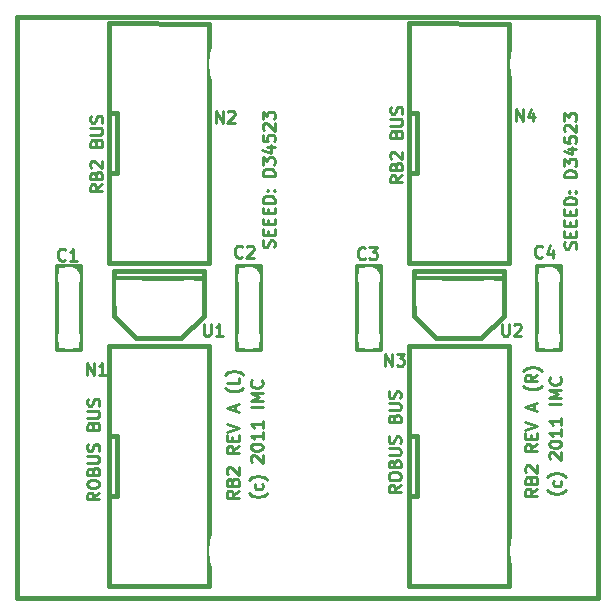
<source format=gto>
G04 (created by PCBNEW-RS274X (2011-08-24 BZR 3081)-stable) date Tue 13 Sep 2011 08:20:44 PM PDT*
G01*
G70*
G90*
%MOIN*%
G04 Gerber Fmt 3.4, Leading zero omitted, Abs format*
%FSLAX34Y34*%
G04 APERTURE LIST*
%ADD10C,0.006000*%
%ADD11C,0.010000*%
%ADD12C,0.015000*%
%ADD13C,0.012000*%
%ADD14C,0.280000*%
%ADD15C,0.090000*%
%ADD16R,0.090000X0.090000*%
%ADD17C,0.075000*%
%ADD18R,0.080000X0.080000*%
%ADD19C,0.080000*%
G04 APERTURE END LIST*
G54D10*
G54D11*
X56862Y-55265D02*
X56671Y-55399D01*
X56862Y-55494D02*
X56462Y-55494D01*
X56462Y-55341D01*
X56481Y-55303D01*
X56500Y-55284D01*
X56538Y-55265D01*
X56595Y-55265D01*
X56633Y-55284D01*
X56652Y-55303D01*
X56671Y-55341D01*
X56671Y-55494D01*
X56652Y-54960D02*
X56671Y-54903D01*
X56690Y-54884D01*
X56729Y-54865D01*
X56786Y-54865D01*
X56824Y-54884D01*
X56843Y-54903D01*
X56862Y-54941D01*
X56862Y-55094D01*
X56462Y-55094D01*
X56462Y-54960D01*
X56481Y-54922D01*
X56500Y-54903D01*
X56538Y-54884D01*
X56576Y-54884D01*
X56614Y-54903D01*
X56633Y-54922D01*
X56652Y-54960D01*
X56652Y-55094D01*
X56500Y-54713D02*
X56481Y-54694D01*
X56462Y-54656D01*
X56462Y-54560D01*
X56481Y-54522D01*
X56500Y-54503D01*
X56538Y-54484D01*
X56576Y-54484D01*
X56633Y-54503D01*
X56862Y-54732D01*
X56862Y-54484D01*
X56862Y-53779D02*
X56671Y-53913D01*
X56862Y-54008D02*
X56462Y-54008D01*
X56462Y-53855D01*
X56481Y-53817D01*
X56500Y-53798D01*
X56538Y-53779D01*
X56595Y-53779D01*
X56633Y-53798D01*
X56652Y-53817D01*
X56671Y-53855D01*
X56671Y-54008D01*
X56652Y-53608D02*
X56652Y-53474D01*
X56862Y-53417D02*
X56862Y-53608D01*
X56462Y-53608D01*
X56462Y-53417D01*
X56462Y-53303D02*
X56862Y-53170D01*
X56462Y-53036D01*
X56748Y-52617D02*
X56748Y-52426D01*
X56862Y-52655D02*
X56462Y-52522D01*
X56862Y-52388D01*
X57014Y-51835D02*
X56995Y-51855D01*
X56938Y-51893D01*
X56900Y-51912D01*
X56843Y-51931D01*
X56748Y-51950D01*
X56671Y-51950D01*
X56576Y-51931D01*
X56519Y-51912D01*
X56481Y-51893D01*
X56424Y-51855D01*
X56405Y-51835D01*
X56862Y-51454D02*
X56671Y-51588D01*
X56862Y-51683D02*
X56462Y-51683D01*
X56462Y-51530D01*
X56481Y-51492D01*
X56500Y-51473D01*
X56538Y-51454D01*
X56595Y-51454D01*
X56633Y-51473D01*
X56652Y-51492D01*
X56671Y-51530D01*
X56671Y-51683D01*
X57014Y-51321D02*
X56995Y-51302D01*
X56938Y-51264D01*
X56900Y-51245D01*
X56843Y-51226D01*
X56748Y-51207D01*
X56671Y-51207D01*
X56576Y-51226D01*
X56519Y-51245D01*
X56481Y-51264D01*
X56424Y-51302D01*
X56405Y-51321D01*
X57814Y-55319D02*
X57795Y-55339D01*
X57738Y-55377D01*
X57700Y-55396D01*
X57643Y-55415D01*
X57548Y-55434D01*
X57471Y-55434D01*
X57376Y-55415D01*
X57319Y-55396D01*
X57281Y-55377D01*
X57224Y-55339D01*
X57205Y-55319D01*
X57643Y-54995D02*
X57662Y-55033D01*
X57662Y-55110D01*
X57643Y-55148D01*
X57624Y-55167D01*
X57586Y-55186D01*
X57471Y-55186D01*
X57433Y-55167D01*
X57414Y-55148D01*
X57395Y-55110D01*
X57395Y-55033D01*
X57414Y-54995D01*
X57814Y-54862D02*
X57795Y-54843D01*
X57738Y-54805D01*
X57700Y-54786D01*
X57643Y-54767D01*
X57548Y-54748D01*
X57471Y-54748D01*
X57376Y-54767D01*
X57319Y-54786D01*
X57281Y-54805D01*
X57224Y-54843D01*
X57205Y-54862D01*
X57300Y-54271D02*
X57281Y-54252D01*
X57262Y-54214D01*
X57262Y-54118D01*
X57281Y-54080D01*
X57300Y-54061D01*
X57338Y-54042D01*
X57376Y-54042D01*
X57433Y-54061D01*
X57662Y-54290D01*
X57662Y-54042D01*
X57262Y-53795D02*
X57262Y-53756D01*
X57281Y-53718D01*
X57300Y-53699D01*
X57338Y-53680D01*
X57414Y-53661D01*
X57510Y-53661D01*
X57586Y-53680D01*
X57624Y-53699D01*
X57643Y-53718D01*
X57662Y-53756D01*
X57662Y-53795D01*
X57643Y-53833D01*
X57624Y-53852D01*
X57586Y-53871D01*
X57510Y-53890D01*
X57414Y-53890D01*
X57338Y-53871D01*
X57300Y-53852D01*
X57281Y-53833D01*
X57262Y-53795D01*
X57662Y-53280D02*
X57662Y-53509D01*
X57662Y-53395D02*
X57262Y-53395D01*
X57319Y-53433D01*
X57357Y-53471D01*
X57376Y-53509D01*
X57662Y-52899D02*
X57662Y-53128D01*
X57662Y-53014D02*
X57262Y-53014D01*
X57319Y-53052D01*
X57357Y-53090D01*
X57376Y-53128D01*
X57662Y-52423D02*
X57262Y-52423D01*
X57662Y-52233D02*
X57262Y-52233D01*
X57548Y-52099D01*
X57262Y-51966D01*
X57662Y-51966D01*
X57624Y-51547D02*
X57643Y-51566D01*
X57662Y-51623D01*
X57662Y-51661D01*
X57643Y-51719D01*
X57605Y-51757D01*
X57567Y-51776D01*
X57490Y-51795D01*
X57433Y-51795D01*
X57357Y-51776D01*
X57319Y-51757D01*
X57281Y-51719D01*
X57262Y-51661D01*
X57262Y-51623D01*
X57281Y-51566D01*
X57300Y-51547D01*
X58143Y-47257D02*
X58162Y-47200D01*
X58162Y-47104D01*
X58143Y-47066D01*
X58124Y-47047D01*
X58086Y-47028D01*
X58048Y-47028D01*
X58010Y-47047D01*
X57990Y-47066D01*
X57971Y-47104D01*
X57952Y-47181D01*
X57933Y-47219D01*
X57914Y-47238D01*
X57876Y-47257D01*
X57838Y-47257D01*
X57800Y-47238D01*
X57781Y-47219D01*
X57762Y-47181D01*
X57762Y-47085D01*
X57781Y-47028D01*
X57952Y-46857D02*
X57952Y-46723D01*
X58162Y-46666D02*
X58162Y-46857D01*
X57762Y-46857D01*
X57762Y-46666D01*
X57952Y-46495D02*
X57952Y-46361D01*
X58162Y-46304D02*
X58162Y-46495D01*
X57762Y-46495D01*
X57762Y-46304D01*
X57952Y-46133D02*
X57952Y-45999D01*
X58162Y-45942D02*
X58162Y-46133D01*
X57762Y-46133D01*
X57762Y-45942D01*
X58162Y-45771D02*
X57762Y-45771D01*
X57762Y-45676D01*
X57781Y-45618D01*
X57819Y-45580D01*
X57857Y-45561D01*
X57933Y-45542D01*
X57990Y-45542D01*
X58067Y-45561D01*
X58105Y-45580D01*
X58143Y-45618D01*
X58162Y-45676D01*
X58162Y-45771D01*
X58124Y-45371D02*
X58143Y-45352D01*
X58162Y-45371D01*
X58143Y-45390D01*
X58124Y-45371D01*
X58162Y-45371D01*
X57914Y-45371D02*
X57933Y-45352D01*
X57952Y-45371D01*
X57933Y-45390D01*
X57914Y-45371D01*
X57952Y-45371D01*
X58162Y-44876D02*
X57762Y-44876D01*
X57762Y-44781D01*
X57781Y-44723D01*
X57819Y-44685D01*
X57857Y-44666D01*
X57933Y-44647D01*
X57990Y-44647D01*
X58067Y-44666D01*
X58105Y-44685D01*
X58143Y-44723D01*
X58162Y-44781D01*
X58162Y-44876D01*
X57762Y-44514D02*
X57762Y-44266D01*
X57914Y-44400D01*
X57914Y-44342D01*
X57933Y-44304D01*
X57952Y-44285D01*
X57990Y-44266D01*
X58086Y-44266D01*
X58124Y-44285D01*
X58143Y-44304D01*
X58162Y-44342D01*
X58162Y-44457D01*
X58143Y-44495D01*
X58124Y-44514D01*
X57895Y-43923D02*
X58162Y-43923D01*
X57743Y-44019D02*
X58029Y-44114D01*
X58029Y-43866D01*
X57762Y-43523D02*
X57762Y-43714D01*
X57952Y-43733D01*
X57933Y-43714D01*
X57914Y-43676D01*
X57914Y-43580D01*
X57933Y-43542D01*
X57952Y-43523D01*
X57990Y-43504D01*
X58086Y-43504D01*
X58124Y-43523D01*
X58143Y-43542D01*
X58162Y-43580D01*
X58162Y-43676D01*
X58143Y-43714D01*
X58124Y-43733D01*
X57800Y-43352D02*
X57781Y-43333D01*
X57762Y-43295D01*
X57762Y-43199D01*
X57781Y-43161D01*
X57800Y-43142D01*
X57838Y-43123D01*
X57876Y-43123D01*
X57933Y-43142D01*
X58162Y-43371D01*
X58162Y-43123D01*
X57762Y-42990D02*
X57762Y-42742D01*
X57914Y-42876D01*
X57914Y-42818D01*
X57933Y-42780D01*
X57952Y-42761D01*
X57990Y-42742D01*
X58086Y-42742D01*
X58124Y-42761D01*
X58143Y-42780D01*
X58162Y-42818D01*
X58162Y-42933D01*
X58143Y-42971D01*
X58124Y-42990D01*
X52362Y-44819D02*
X52171Y-44953D01*
X52362Y-45048D02*
X51962Y-45048D01*
X51962Y-44895D01*
X51981Y-44857D01*
X52000Y-44838D01*
X52038Y-44819D01*
X52095Y-44819D01*
X52133Y-44838D01*
X52152Y-44857D01*
X52171Y-44895D01*
X52171Y-45048D01*
X52152Y-44514D02*
X52171Y-44457D01*
X52190Y-44438D01*
X52229Y-44419D01*
X52286Y-44419D01*
X52324Y-44438D01*
X52343Y-44457D01*
X52362Y-44495D01*
X52362Y-44648D01*
X51962Y-44648D01*
X51962Y-44514D01*
X51981Y-44476D01*
X52000Y-44457D01*
X52038Y-44438D01*
X52076Y-44438D01*
X52114Y-44457D01*
X52133Y-44476D01*
X52152Y-44514D01*
X52152Y-44648D01*
X52000Y-44267D02*
X51981Y-44248D01*
X51962Y-44210D01*
X51962Y-44114D01*
X51981Y-44076D01*
X52000Y-44057D01*
X52038Y-44038D01*
X52076Y-44038D01*
X52133Y-44057D01*
X52362Y-44286D01*
X52362Y-44038D01*
X52152Y-43428D02*
X52171Y-43371D01*
X52190Y-43352D01*
X52229Y-43333D01*
X52286Y-43333D01*
X52324Y-43352D01*
X52343Y-43371D01*
X52362Y-43409D01*
X52362Y-43562D01*
X51962Y-43562D01*
X51962Y-43428D01*
X51981Y-43390D01*
X52000Y-43371D01*
X52038Y-43352D01*
X52076Y-43352D01*
X52114Y-43371D01*
X52133Y-43390D01*
X52152Y-43428D01*
X52152Y-43562D01*
X51962Y-43162D02*
X52286Y-43162D01*
X52324Y-43143D01*
X52343Y-43124D01*
X52362Y-43086D01*
X52362Y-43009D01*
X52343Y-42971D01*
X52324Y-42952D01*
X52286Y-42933D01*
X51962Y-42933D01*
X52343Y-42762D02*
X52362Y-42705D01*
X52362Y-42609D01*
X52343Y-42571D01*
X52324Y-42552D01*
X52286Y-42533D01*
X52248Y-42533D01*
X52210Y-42552D01*
X52190Y-42571D01*
X52171Y-42609D01*
X52152Y-42686D01*
X52133Y-42724D01*
X52114Y-42743D01*
X52076Y-42762D01*
X52038Y-42762D01*
X52000Y-42743D01*
X51981Y-42724D01*
X51962Y-42686D01*
X51962Y-42590D01*
X51981Y-42533D01*
X52312Y-55138D02*
X52121Y-55272D01*
X52312Y-55367D02*
X51912Y-55367D01*
X51912Y-55214D01*
X51931Y-55176D01*
X51950Y-55157D01*
X51988Y-55138D01*
X52045Y-55138D01*
X52083Y-55157D01*
X52102Y-55176D01*
X52121Y-55214D01*
X52121Y-55367D01*
X51912Y-54891D02*
X51912Y-54814D01*
X51931Y-54776D01*
X51969Y-54738D01*
X52045Y-54719D01*
X52179Y-54719D01*
X52255Y-54738D01*
X52293Y-54776D01*
X52312Y-54814D01*
X52312Y-54891D01*
X52293Y-54929D01*
X52255Y-54967D01*
X52179Y-54986D01*
X52045Y-54986D01*
X51969Y-54967D01*
X51931Y-54929D01*
X51912Y-54891D01*
X52102Y-54414D02*
X52121Y-54357D01*
X52140Y-54338D01*
X52179Y-54319D01*
X52236Y-54319D01*
X52274Y-54338D01*
X52293Y-54357D01*
X52312Y-54395D01*
X52312Y-54548D01*
X51912Y-54548D01*
X51912Y-54414D01*
X51931Y-54376D01*
X51950Y-54357D01*
X51988Y-54338D01*
X52026Y-54338D01*
X52064Y-54357D01*
X52083Y-54376D01*
X52102Y-54414D01*
X52102Y-54548D01*
X51912Y-54148D02*
X52236Y-54148D01*
X52274Y-54129D01*
X52293Y-54110D01*
X52312Y-54072D01*
X52312Y-53995D01*
X52293Y-53957D01*
X52274Y-53938D01*
X52236Y-53919D01*
X51912Y-53919D01*
X52293Y-53748D02*
X52312Y-53691D01*
X52312Y-53595D01*
X52293Y-53557D01*
X52274Y-53538D01*
X52236Y-53519D01*
X52198Y-53519D01*
X52160Y-53538D01*
X52140Y-53557D01*
X52121Y-53595D01*
X52102Y-53672D01*
X52083Y-53710D01*
X52064Y-53729D01*
X52026Y-53748D01*
X51988Y-53748D01*
X51950Y-53729D01*
X51931Y-53710D01*
X51912Y-53672D01*
X51912Y-53576D01*
X51931Y-53519D01*
X52102Y-52909D02*
X52121Y-52852D01*
X52140Y-52833D01*
X52179Y-52814D01*
X52236Y-52814D01*
X52274Y-52833D01*
X52293Y-52852D01*
X52312Y-52890D01*
X52312Y-53043D01*
X51912Y-53043D01*
X51912Y-52909D01*
X51931Y-52871D01*
X51950Y-52852D01*
X51988Y-52833D01*
X52026Y-52833D01*
X52064Y-52852D01*
X52083Y-52871D01*
X52102Y-52909D01*
X52102Y-53043D01*
X51912Y-52643D02*
X52236Y-52643D01*
X52274Y-52624D01*
X52293Y-52605D01*
X52312Y-52567D01*
X52312Y-52490D01*
X52293Y-52452D01*
X52274Y-52433D01*
X52236Y-52414D01*
X51912Y-52414D01*
X52293Y-52243D02*
X52312Y-52186D01*
X52312Y-52090D01*
X52293Y-52052D01*
X52274Y-52033D01*
X52236Y-52014D01*
X52198Y-52014D01*
X52160Y-52033D01*
X52140Y-52052D01*
X52121Y-52090D01*
X52102Y-52167D01*
X52083Y-52205D01*
X52064Y-52224D01*
X52026Y-52243D01*
X51988Y-52243D01*
X51950Y-52224D01*
X51931Y-52205D01*
X51912Y-52167D01*
X51912Y-52071D01*
X51931Y-52014D01*
X48093Y-47207D02*
X48112Y-47150D01*
X48112Y-47054D01*
X48093Y-47016D01*
X48074Y-46997D01*
X48036Y-46978D01*
X47998Y-46978D01*
X47960Y-46997D01*
X47940Y-47016D01*
X47921Y-47054D01*
X47902Y-47131D01*
X47883Y-47169D01*
X47864Y-47188D01*
X47826Y-47207D01*
X47788Y-47207D01*
X47750Y-47188D01*
X47731Y-47169D01*
X47712Y-47131D01*
X47712Y-47035D01*
X47731Y-46978D01*
X47902Y-46807D02*
X47902Y-46673D01*
X48112Y-46616D02*
X48112Y-46807D01*
X47712Y-46807D01*
X47712Y-46616D01*
X47902Y-46445D02*
X47902Y-46311D01*
X48112Y-46254D02*
X48112Y-46445D01*
X47712Y-46445D01*
X47712Y-46254D01*
X47902Y-46083D02*
X47902Y-45949D01*
X48112Y-45892D02*
X48112Y-46083D01*
X47712Y-46083D01*
X47712Y-45892D01*
X48112Y-45721D02*
X47712Y-45721D01*
X47712Y-45626D01*
X47731Y-45568D01*
X47769Y-45530D01*
X47807Y-45511D01*
X47883Y-45492D01*
X47940Y-45492D01*
X48017Y-45511D01*
X48055Y-45530D01*
X48093Y-45568D01*
X48112Y-45626D01*
X48112Y-45721D01*
X48074Y-45321D02*
X48093Y-45302D01*
X48112Y-45321D01*
X48093Y-45340D01*
X48074Y-45321D01*
X48112Y-45321D01*
X47864Y-45321D02*
X47883Y-45302D01*
X47902Y-45321D01*
X47883Y-45340D01*
X47864Y-45321D01*
X47902Y-45321D01*
X48112Y-44826D02*
X47712Y-44826D01*
X47712Y-44731D01*
X47731Y-44673D01*
X47769Y-44635D01*
X47807Y-44616D01*
X47883Y-44597D01*
X47940Y-44597D01*
X48017Y-44616D01*
X48055Y-44635D01*
X48093Y-44673D01*
X48112Y-44731D01*
X48112Y-44826D01*
X47712Y-44464D02*
X47712Y-44216D01*
X47864Y-44350D01*
X47864Y-44292D01*
X47883Y-44254D01*
X47902Y-44235D01*
X47940Y-44216D01*
X48036Y-44216D01*
X48074Y-44235D01*
X48093Y-44254D01*
X48112Y-44292D01*
X48112Y-44407D01*
X48093Y-44445D01*
X48074Y-44464D01*
X47845Y-43873D02*
X48112Y-43873D01*
X47693Y-43969D02*
X47979Y-44064D01*
X47979Y-43816D01*
X47712Y-43473D02*
X47712Y-43664D01*
X47902Y-43683D01*
X47883Y-43664D01*
X47864Y-43626D01*
X47864Y-43530D01*
X47883Y-43492D01*
X47902Y-43473D01*
X47940Y-43454D01*
X48036Y-43454D01*
X48074Y-43473D01*
X48093Y-43492D01*
X48112Y-43530D01*
X48112Y-43626D01*
X48093Y-43664D01*
X48074Y-43683D01*
X47750Y-43302D02*
X47731Y-43283D01*
X47712Y-43245D01*
X47712Y-43149D01*
X47731Y-43111D01*
X47750Y-43092D01*
X47788Y-43073D01*
X47826Y-43073D01*
X47883Y-43092D01*
X48112Y-43321D01*
X48112Y-43073D01*
X47712Y-42940D02*
X47712Y-42692D01*
X47864Y-42826D01*
X47864Y-42768D01*
X47883Y-42730D01*
X47902Y-42711D01*
X47940Y-42692D01*
X48036Y-42692D01*
X48074Y-42711D01*
X48093Y-42730D01*
X48112Y-42768D01*
X48112Y-42883D01*
X48093Y-42921D01*
X48074Y-42940D01*
X47864Y-55419D02*
X47845Y-55439D01*
X47788Y-55477D01*
X47750Y-55496D01*
X47693Y-55515D01*
X47598Y-55534D01*
X47521Y-55534D01*
X47426Y-55515D01*
X47369Y-55496D01*
X47331Y-55477D01*
X47274Y-55439D01*
X47255Y-55419D01*
X47693Y-55095D02*
X47712Y-55133D01*
X47712Y-55210D01*
X47693Y-55248D01*
X47674Y-55267D01*
X47636Y-55286D01*
X47521Y-55286D01*
X47483Y-55267D01*
X47464Y-55248D01*
X47445Y-55210D01*
X47445Y-55133D01*
X47464Y-55095D01*
X47864Y-54962D02*
X47845Y-54943D01*
X47788Y-54905D01*
X47750Y-54886D01*
X47693Y-54867D01*
X47598Y-54848D01*
X47521Y-54848D01*
X47426Y-54867D01*
X47369Y-54886D01*
X47331Y-54905D01*
X47274Y-54943D01*
X47255Y-54962D01*
X47350Y-54371D02*
X47331Y-54352D01*
X47312Y-54314D01*
X47312Y-54218D01*
X47331Y-54180D01*
X47350Y-54161D01*
X47388Y-54142D01*
X47426Y-54142D01*
X47483Y-54161D01*
X47712Y-54390D01*
X47712Y-54142D01*
X47312Y-53895D02*
X47312Y-53856D01*
X47331Y-53818D01*
X47350Y-53799D01*
X47388Y-53780D01*
X47464Y-53761D01*
X47560Y-53761D01*
X47636Y-53780D01*
X47674Y-53799D01*
X47693Y-53818D01*
X47712Y-53856D01*
X47712Y-53895D01*
X47693Y-53933D01*
X47674Y-53952D01*
X47636Y-53971D01*
X47560Y-53990D01*
X47464Y-53990D01*
X47388Y-53971D01*
X47350Y-53952D01*
X47331Y-53933D01*
X47312Y-53895D01*
X47712Y-53380D02*
X47712Y-53609D01*
X47712Y-53495D02*
X47312Y-53495D01*
X47369Y-53533D01*
X47407Y-53571D01*
X47426Y-53609D01*
X47712Y-52999D02*
X47712Y-53228D01*
X47712Y-53114D02*
X47312Y-53114D01*
X47369Y-53152D01*
X47407Y-53190D01*
X47426Y-53228D01*
X47712Y-52523D02*
X47312Y-52523D01*
X47712Y-52333D02*
X47312Y-52333D01*
X47598Y-52199D01*
X47312Y-52066D01*
X47712Y-52066D01*
X47674Y-51647D02*
X47693Y-51666D01*
X47712Y-51723D01*
X47712Y-51761D01*
X47693Y-51819D01*
X47655Y-51857D01*
X47617Y-51876D01*
X47540Y-51895D01*
X47483Y-51895D01*
X47407Y-51876D01*
X47369Y-51857D01*
X47331Y-51819D01*
X47312Y-51761D01*
X47312Y-51723D01*
X47331Y-51666D01*
X47350Y-51647D01*
X46912Y-55327D02*
X46721Y-55461D01*
X46912Y-55556D02*
X46512Y-55556D01*
X46512Y-55403D01*
X46531Y-55365D01*
X46550Y-55346D01*
X46588Y-55327D01*
X46645Y-55327D01*
X46683Y-55346D01*
X46702Y-55365D01*
X46721Y-55403D01*
X46721Y-55556D01*
X46702Y-55022D02*
X46721Y-54965D01*
X46740Y-54946D01*
X46779Y-54927D01*
X46836Y-54927D01*
X46874Y-54946D01*
X46893Y-54965D01*
X46912Y-55003D01*
X46912Y-55156D01*
X46512Y-55156D01*
X46512Y-55022D01*
X46531Y-54984D01*
X46550Y-54965D01*
X46588Y-54946D01*
X46626Y-54946D01*
X46664Y-54965D01*
X46683Y-54984D01*
X46702Y-55022D01*
X46702Y-55156D01*
X46550Y-54775D02*
X46531Y-54756D01*
X46512Y-54718D01*
X46512Y-54622D01*
X46531Y-54584D01*
X46550Y-54565D01*
X46588Y-54546D01*
X46626Y-54546D01*
X46683Y-54565D01*
X46912Y-54794D01*
X46912Y-54546D01*
X46912Y-53841D02*
X46721Y-53975D01*
X46912Y-54070D02*
X46512Y-54070D01*
X46512Y-53917D01*
X46531Y-53879D01*
X46550Y-53860D01*
X46588Y-53841D01*
X46645Y-53841D01*
X46683Y-53860D01*
X46702Y-53879D01*
X46721Y-53917D01*
X46721Y-54070D01*
X46702Y-53670D02*
X46702Y-53536D01*
X46912Y-53479D02*
X46912Y-53670D01*
X46512Y-53670D01*
X46512Y-53479D01*
X46512Y-53365D02*
X46912Y-53232D01*
X46512Y-53098D01*
X46798Y-52679D02*
X46798Y-52488D01*
X46912Y-52717D02*
X46512Y-52584D01*
X46912Y-52450D01*
X47064Y-51897D02*
X47045Y-51917D01*
X46988Y-51955D01*
X46950Y-51974D01*
X46893Y-51993D01*
X46798Y-52012D01*
X46721Y-52012D01*
X46626Y-51993D01*
X46569Y-51974D01*
X46531Y-51955D01*
X46474Y-51917D01*
X46455Y-51897D01*
X46912Y-51554D02*
X46912Y-51745D01*
X46512Y-51745D01*
X47064Y-51459D02*
X47045Y-51440D01*
X46988Y-51402D01*
X46950Y-51383D01*
X46893Y-51364D01*
X46798Y-51345D01*
X46721Y-51345D01*
X46626Y-51364D01*
X46569Y-51383D01*
X46531Y-51402D01*
X46474Y-51440D01*
X46455Y-51459D01*
X42262Y-55388D02*
X42071Y-55522D01*
X42262Y-55617D02*
X41862Y-55617D01*
X41862Y-55464D01*
X41881Y-55426D01*
X41900Y-55407D01*
X41938Y-55388D01*
X41995Y-55388D01*
X42033Y-55407D01*
X42052Y-55426D01*
X42071Y-55464D01*
X42071Y-55617D01*
X41862Y-55141D02*
X41862Y-55064D01*
X41881Y-55026D01*
X41919Y-54988D01*
X41995Y-54969D01*
X42129Y-54969D01*
X42205Y-54988D01*
X42243Y-55026D01*
X42262Y-55064D01*
X42262Y-55141D01*
X42243Y-55179D01*
X42205Y-55217D01*
X42129Y-55236D01*
X41995Y-55236D01*
X41919Y-55217D01*
X41881Y-55179D01*
X41862Y-55141D01*
X42052Y-54664D02*
X42071Y-54607D01*
X42090Y-54588D01*
X42129Y-54569D01*
X42186Y-54569D01*
X42224Y-54588D01*
X42243Y-54607D01*
X42262Y-54645D01*
X42262Y-54798D01*
X41862Y-54798D01*
X41862Y-54664D01*
X41881Y-54626D01*
X41900Y-54607D01*
X41938Y-54588D01*
X41976Y-54588D01*
X42014Y-54607D01*
X42033Y-54626D01*
X42052Y-54664D01*
X42052Y-54798D01*
X41862Y-54398D02*
X42186Y-54398D01*
X42224Y-54379D01*
X42243Y-54360D01*
X42262Y-54322D01*
X42262Y-54245D01*
X42243Y-54207D01*
X42224Y-54188D01*
X42186Y-54169D01*
X41862Y-54169D01*
X42243Y-53998D02*
X42262Y-53941D01*
X42262Y-53845D01*
X42243Y-53807D01*
X42224Y-53788D01*
X42186Y-53769D01*
X42148Y-53769D01*
X42110Y-53788D01*
X42090Y-53807D01*
X42071Y-53845D01*
X42052Y-53922D01*
X42033Y-53960D01*
X42014Y-53979D01*
X41976Y-53998D01*
X41938Y-53998D01*
X41900Y-53979D01*
X41881Y-53960D01*
X41862Y-53922D01*
X41862Y-53826D01*
X41881Y-53769D01*
X42052Y-53159D02*
X42071Y-53102D01*
X42090Y-53083D01*
X42129Y-53064D01*
X42186Y-53064D01*
X42224Y-53083D01*
X42243Y-53102D01*
X42262Y-53140D01*
X42262Y-53293D01*
X41862Y-53293D01*
X41862Y-53159D01*
X41881Y-53121D01*
X41900Y-53102D01*
X41938Y-53083D01*
X41976Y-53083D01*
X42014Y-53102D01*
X42033Y-53121D01*
X42052Y-53159D01*
X42052Y-53293D01*
X41862Y-52893D02*
X42186Y-52893D01*
X42224Y-52874D01*
X42243Y-52855D01*
X42262Y-52817D01*
X42262Y-52740D01*
X42243Y-52702D01*
X42224Y-52683D01*
X42186Y-52664D01*
X41862Y-52664D01*
X42243Y-52493D02*
X42262Y-52436D01*
X42262Y-52340D01*
X42243Y-52302D01*
X42224Y-52283D01*
X42186Y-52264D01*
X42148Y-52264D01*
X42110Y-52283D01*
X42090Y-52302D01*
X42071Y-52340D01*
X42052Y-52417D01*
X42033Y-52455D01*
X42014Y-52474D01*
X41976Y-52493D01*
X41938Y-52493D01*
X41900Y-52474D01*
X41881Y-52455D01*
X41862Y-52417D01*
X41862Y-52321D01*
X41881Y-52264D01*
X42362Y-45119D02*
X42171Y-45253D01*
X42362Y-45348D02*
X41962Y-45348D01*
X41962Y-45195D01*
X41981Y-45157D01*
X42000Y-45138D01*
X42038Y-45119D01*
X42095Y-45119D01*
X42133Y-45138D01*
X42152Y-45157D01*
X42171Y-45195D01*
X42171Y-45348D01*
X42152Y-44814D02*
X42171Y-44757D01*
X42190Y-44738D01*
X42229Y-44719D01*
X42286Y-44719D01*
X42324Y-44738D01*
X42343Y-44757D01*
X42362Y-44795D01*
X42362Y-44948D01*
X41962Y-44948D01*
X41962Y-44814D01*
X41981Y-44776D01*
X42000Y-44757D01*
X42038Y-44738D01*
X42076Y-44738D01*
X42114Y-44757D01*
X42133Y-44776D01*
X42152Y-44814D01*
X42152Y-44948D01*
X42000Y-44567D02*
X41981Y-44548D01*
X41962Y-44510D01*
X41962Y-44414D01*
X41981Y-44376D01*
X42000Y-44357D01*
X42038Y-44338D01*
X42076Y-44338D01*
X42133Y-44357D01*
X42362Y-44586D01*
X42362Y-44338D01*
X42152Y-43728D02*
X42171Y-43671D01*
X42190Y-43652D01*
X42229Y-43633D01*
X42286Y-43633D01*
X42324Y-43652D01*
X42343Y-43671D01*
X42362Y-43709D01*
X42362Y-43862D01*
X41962Y-43862D01*
X41962Y-43728D01*
X41981Y-43690D01*
X42000Y-43671D01*
X42038Y-43652D01*
X42076Y-43652D01*
X42114Y-43671D01*
X42133Y-43690D01*
X42152Y-43728D01*
X42152Y-43862D01*
X41962Y-43462D02*
X42286Y-43462D01*
X42324Y-43443D01*
X42343Y-43424D01*
X42362Y-43386D01*
X42362Y-43309D01*
X42343Y-43271D01*
X42324Y-43252D01*
X42286Y-43233D01*
X41962Y-43233D01*
X42343Y-43062D02*
X42362Y-43005D01*
X42362Y-42909D01*
X42343Y-42871D01*
X42324Y-42852D01*
X42286Y-42833D01*
X42248Y-42833D01*
X42210Y-42852D01*
X42190Y-42871D01*
X42171Y-42909D01*
X42152Y-42986D01*
X42133Y-43024D01*
X42114Y-43043D01*
X42076Y-43062D01*
X42038Y-43062D01*
X42000Y-43043D01*
X41981Y-43024D01*
X41962Y-42986D01*
X41962Y-42890D01*
X41981Y-42833D01*
G54D12*
X39520Y-58906D02*
X39520Y-39520D01*
X58906Y-58906D02*
X39520Y-58906D01*
X58906Y-39520D02*
X58906Y-58906D01*
X39520Y-39520D02*
X58906Y-39520D01*
X39520Y-58906D02*
X39520Y-39520D01*
X58906Y-58906D02*
X39520Y-58906D01*
X58906Y-39520D02*
X58906Y-58906D01*
X39520Y-39520D02*
X58906Y-39520D01*
X42750Y-48000D02*
X42750Y-49500D01*
X45750Y-48000D02*
X45750Y-49500D01*
X42750Y-49500D02*
X43500Y-50250D01*
X43500Y-50250D02*
X45000Y-50250D01*
X45000Y-50250D02*
X45750Y-49500D01*
X45750Y-48000D02*
X42750Y-48000D01*
X42750Y-48250D02*
X45750Y-48250D01*
G54D13*
X41650Y-47850D02*
X41650Y-50650D01*
X41650Y-50650D02*
X40850Y-50650D01*
X40850Y-50650D02*
X40850Y-47850D01*
X40850Y-47850D02*
X41650Y-47850D01*
X41450Y-47850D02*
X41650Y-48050D01*
X47650Y-47850D02*
X47650Y-50650D01*
X47650Y-50650D02*
X46850Y-50650D01*
X46850Y-50650D02*
X46850Y-47850D01*
X46850Y-47850D02*
X47650Y-47850D01*
X47450Y-47850D02*
X47650Y-48050D01*
G54D12*
X52750Y-48000D02*
X52750Y-49500D01*
X55750Y-48000D02*
X55750Y-49500D01*
X52750Y-49500D02*
X53500Y-50250D01*
X53500Y-50250D02*
X55000Y-50250D01*
X55000Y-50250D02*
X55750Y-49500D01*
X55750Y-48000D02*
X52750Y-48000D01*
X52750Y-48250D02*
X55750Y-48250D01*
G54D13*
X51650Y-47850D02*
X51650Y-50650D01*
X51650Y-50650D02*
X50850Y-50650D01*
X50850Y-50650D02*
X50850Y-47850D01*
X50850Y-47850D02*
X51650Y-47850D01*
X51450Y-47850D02*
X51650Y-48050D01*
X57650Y-47850D02*
X57650Y-50650D01*
X57650Y-50650D02*
X56850Y-50650D01*
X56850Y-50650D02*
X56850Y-47850D01*
X56850Y-47850D02*
X57650Y-47850D01*
X57450Y-47850D02*
X57650Y-48050D01*
G54D12*
X52600Y-53500D02*
X52850Y-53500D01*
X52850Y-53500D02*
X52850Y-55500D01*
X52850Y-55500D02*
X52600Y-55500D01*
X55924Y-50504D02*
X55924Y-58498D01*
X55924Y-58498D02*
X52576Y-58498D01*
X52576Y-58498D02*
X52578Y-50502D01*
X52578Y-50502D02*
X55924Y-50504D01*
X52600Y-42750D02*
X52850Y-42750D01*
X52850Y-42750D02*
X52850Y-44750D01*
X52850Y-44750D02*
X52600Y-44750D01*
X55924Y-39754D02*
X55924Y-47748D01*
X55924Y-47748D02*
X52576Y-47748D01*
X52576Y-47748D02*
X52578Y-39752D01*
X52578Y-39752D02*
X55924Y-39754D01*
X42600Y-42750D02*
X42850Y-42750D01*
X42850Y-42750D02*
X42850Y-44750D01*
X42850Y-44750D02*
X42600Y-44750D01*
X45924Y-39754D02*
X45924Y-47748D01*
X45924Y-47748D02*
X42576Y-47748D01*
X42576Y-47748D02*
X42578Y-39752D01*
X42578Y-39752D02*
X45924Y-39754D01*
X42600Y-53500D02*
X42850Y-53500D01*
X42850Y-53500D02*
X42850Y-55500D01*
X42850Y-55500D02*
X42600Y-55500D01*
X45924Y-50504D02*
X45924Y-58498D01*
X45924Y-58498D02*
X42576Y-58498D01*
X42576Y-58498D02*
X42578Y-50502D01*
X42578Y-50502D02*
X45924Y-50504D01*
G54D13*
G54D11*
X45745Y-49762D02*
X45745Y-50086D01*
X45764Y-50124D01*
X45783Y-50143D01*
X45821Y-50162D01*
X45898Y-50162D01*
X45936Y-50143D01*
X45955Y-50124D01*
X45974Y-50086D01*
X45974Y-49762D01*
X46374Y-50162D02*
X46145Y-50162D01*
X46259Y-50162D02*
X46259Y-49762D01*
X46221Y-49819D01*
X46183Y-49857D01*
X46145Y-49876D01*
X41134Y-47624D02*
X41115Y-47643D01*
X41058Y-47662D01*
X41020Y-47662D01*
X40962Y-47643D01*
X40924Y-47605D01*
X40905Y-47567D01*
X40886Y-47490D01*
X40886Y-47433D01*
X40905Y-47357D01*
X40924Y-47319D01*
X40962Y-47281D01*
X41020Y-47262D01*
X41058Y-47262D01*
X41115Y-47281D01*
X41134Y-47300D01*
X41515Y-47662D02*
X41286Y-47662D01*
X41400Y-47662D02*
X41400Y-47262D01*
X41362Y-47319D01*
X41324Y-47357D01*
X41286Y-47376D01*
X47034Y-47524D02*
X47015Y-47543D01*
X46958Y-47562D01*
X46920Y-47562D01*
X46862Y-47543D01*
X46824Y-47505D01*
X46805Y-47467D01*
X46786Y-47390D01*
X46786Y-47333D01*
X46805Y-47257D01*
X46824Y-47219D01*
X46862Y-47181D01*
X46920Y-47162D01*
X46958Y-47162D01*
X47015Y-47181D01*
X47034Y-47200D01*
X47186Y-47200D02*
X47205Y-47181D01*
X47243Y-47162D01*
X47339Y-47162D01*
X47377Y-47181D01*
X47396Y-47200D01*
X47415Y-47238D01*
X47415Y-47276D01*
X47396Y-47333D01*
X47167Y-47562D01*
X47415Y-47562D01*
X55695Y-49762D02*
X55695Y-50086D01*
X55714Y-50124D01*
X55733Y-50143D01*
X55771Y-50162D01*
X55848Y-50162D01*
X55886Y-50143D01*
X55905Y-50124D01*
X55924Y-50086D01*
X55924Y-49762D01*
X56095Y-49800D02*
X56114Y-49781D01*
X56152Y-49762D01*
X56248Y-49762D01*
X56286Y-49781D01*
X56305Y-49800D01*
X56324Y-49838D01*
X56324Y-49876D01*
X56305Y-49933D01*
X56076Y-50162D01*
X56324Y-50162D01*
X51134Y-47574D02*
X51115Y-47593D01*
X51058Y-47612D01*
X51020Y-47612D01*
X50962Y-47593D01*
X50924Y-47555D01*
X50905Y-47517D01*
X50886Y-47440D01*
X50886Y-47383D01*
X50905Y-47307D01*
X50924Y-47269D01*
X50962Y-47231D01*
X51020Y-47212D01*
X51058Y-47212D01*
X51115Y-47231D01*
X51134Y-47250D01*
X51267Y-47212D02*
X51515Y-47212D01*
X51381Y-47364D01*
X51439Y-47364D01*
X51477Y-47383D01*
X51496Y-47402D01*
X51515Y-47440D01*
X51515Y-47536D01*
X51496Y-47574D01*
X51477Y-47593D01*
X51439Y-47612D01*
X51324Y-47612D01*
X51286Y-47593D01*
X51267Y-47574D01*
X57034Y-47524D02*
X57015Y-47543D01*
X56958Y-47562D01*
X56920Y-47562D01*
X56862Y-47543D01*
X56824Y-47505D01*
X56805Y-47467D01*
X56786Y-47390D01*
X56786Y-47333D01*
X56805Y-47257D01*
X56824Y-47219D01*
X56862Y-47181D01*
X56920Y-47162D01*
X56958Y-47162D01*
X57015Y-47181D01*
X57034Y-47200D01*
X57377Y-47295D02*
X57377Y-47562D01*
X57281Y-47143D02*
X57186Y-47429D01*
X57434Y-47429D01*
X51795Y-51162D02*
X51795Y-50762D01*
X52024Y-51162D01*
X52024Y-50762D01*
X52176Y-50762D02*
X52424Y-50762D01*
X52290Y-50914D01*
X52348Y-50914D01*
X52386Y-50933D01*
X52405Y-50952D01*
X52424Y-50990D01*
X52424Y-51086D01*
X52405Y-51124D01*
X52386Y-51143D01*
X52348Y-51162D01*
X52233Y-51162D01*
X52195Y-51143D01*
X52176Y-51124D01*
X56145Y-43012D02*
X56145Y-42612D01*
X56374Y-43012D01*
X56374Y-42612D01*
X56736Y-42745D02*
X56736Y-43012D01*
X56640Y-42593D02*
X56545Y-42879D01*
X56793Y-42879D01*
X46145Y-43062D02*
X46145Y-42662D01*
X46374Y-43062D01*
X46374Y-42662D01*
X46545Y-42700D02*
X46564Y-42681D01*
X46602Y-42662D01*
X46698Y-42662D01*
X46736Y-42681D01*
X46755Y-42700D01*
X46774Y-42738D01*
X46774Y-42776D01*
X46755Y-42833D01*
X46526Y-43062D01*
X46774Y-43062D01*
X41845Y-51462D02*
X41845Y-51062D01*
X42074Y-51462D01*
X42074Y-51062D01*
X42474Y-51462D02*
X42245Y-51462D01*
X42359Y-51462D02*
X42359Y-51062D01*
X42321Y-51119D01*
X42283Y-51157D01*
X42245Y-51176D01*
%LPC*%
G54D14*
X41088Y-41088D03*
X57352Y-41088D03*
X41088Y-57338D03*
X57352Y-57352D03*
X47338Y-41088D03*
X51088Y-41088D03*
X47338Y-57338D03*
X51088Y-57338D03*
G54D15*
X45250Y-48750D03*
X44250Y-49750D03*
G54D16*
X43250Y-48750D03*
G54D17*
X41250Y-48250D03*
X41250Y-50250D03*
X47250Y-48250D03*
X47250Y-50250D03*
G54D15*
X55250Y-48750D03*
X54250Y-49750D03*
G54D16*
X53250Y-48750D03*
G54D17*
X51250Y-48250D03*
X51250Y-50250D03*
X57250Y-48250D03*
X57250Y-50250D03*
G54D18*
X53750Y-52500D03*
G54D19*
X54750Y-52500D03*
X53750Y-53500D03*
X54750Y-53500D03*
X53750Y-54500D03*
X54750Y-54500D03*
X53750Y-55500D03*
X54750Y-55500D03*
X53750Y-56500D03*
X54750Y-56500D03*
G54D18*
X53750Y-41750D03*
G54D19*
X54750Y-41750D03*
X53750Y-42750D03*
X54750Y-42750D03*
X53750Y-43750D03*
X54750Y-43750D03*
X53750Y-44750D03*
X54750Y-44750D03*
X53750Y-45750D03*
X54750Y-45750D03*
G54D18*
X43750Y-41750D03*
G54D19*
X44750Y-41750D03*
X43750Y-42750D03*
X44750Y-42750D03*
X43750Y-43750D03*
X44750Y-43750D03*
X43750Y-44750D03*
X44750Y-44750D03*
X43750Y-45750D03*
X44750Y-45750D03*
G54D18*
X43750Y-52500D03*
G54D19*
X44750Y-52500D03*
X43750Y-53500D03*
X44750Y-53500D03*
X43750Y-54500D03*
X44750Y-54500D03*
X43750Y-55500D03*
X44750Y-55500D03*
X43750Y-56500D03*
X44750Y-56500D03*
M02*

</source>
